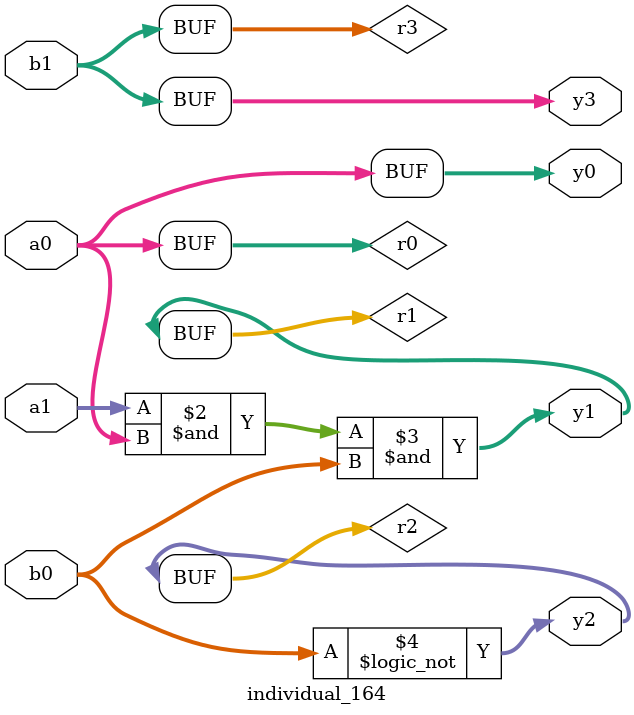
<source format=sv>
module individual_164(input logic [15:0] a1, input logic [15:0] a0, input logic [15:0] b1, input logic [15:0] b0, output logic [15:0] y3, output logic [15:0] y2, output logic [15:0] y1, output logic [15:0] y0);
logic [15:0] r0, r1, r2, r3; 
 always@(*) begin 
	 r0 = a0; r1 = a1; r2 = b0; r3 = b1; 
 	 r1  &=  a0 ;
 	 r1  &=  b0 ;
 	 r2 = ! r2 ;
 	 y3 = r3; y2 = r2; y1 = r1; y0 = r0; 
end
endmodule
</source>
